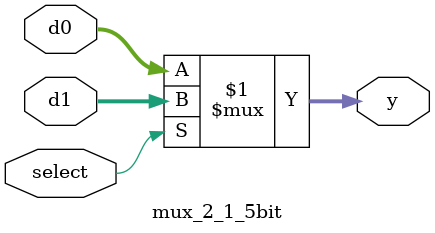
<source format=v>
module mux_2_1_5bit(d0,  d1, select, y);
    input [4:0] d0, d1;
    input select;
    output [4:0] y;

    // always @(select) 
    // begin
    //   if (select) 
    //     y <= d1;
    //   else
    //     y <= d0;
    // end
    assign y = (select) ? d1 : d0;

endmodule
</source>
